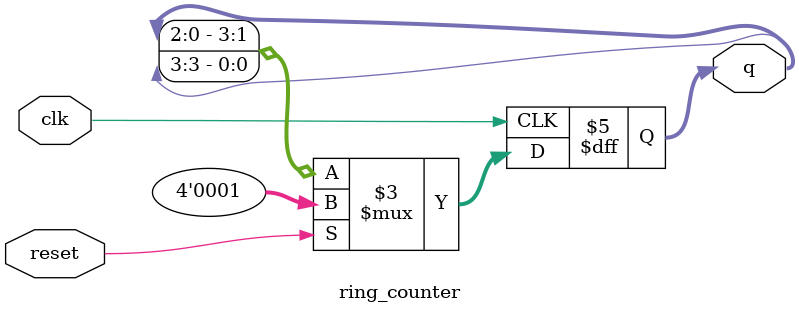
<source format=sv>
module ring_counter (
    input  logic       clk,
    input  logic       reset,
    output logic [3:0] q
);

    always_ff @(posedge clk) begin
        if (reset)
            q <= 4'b0001;
        else
            q <= {q[2:0], q[3]};
    end

endmodule

</source>
